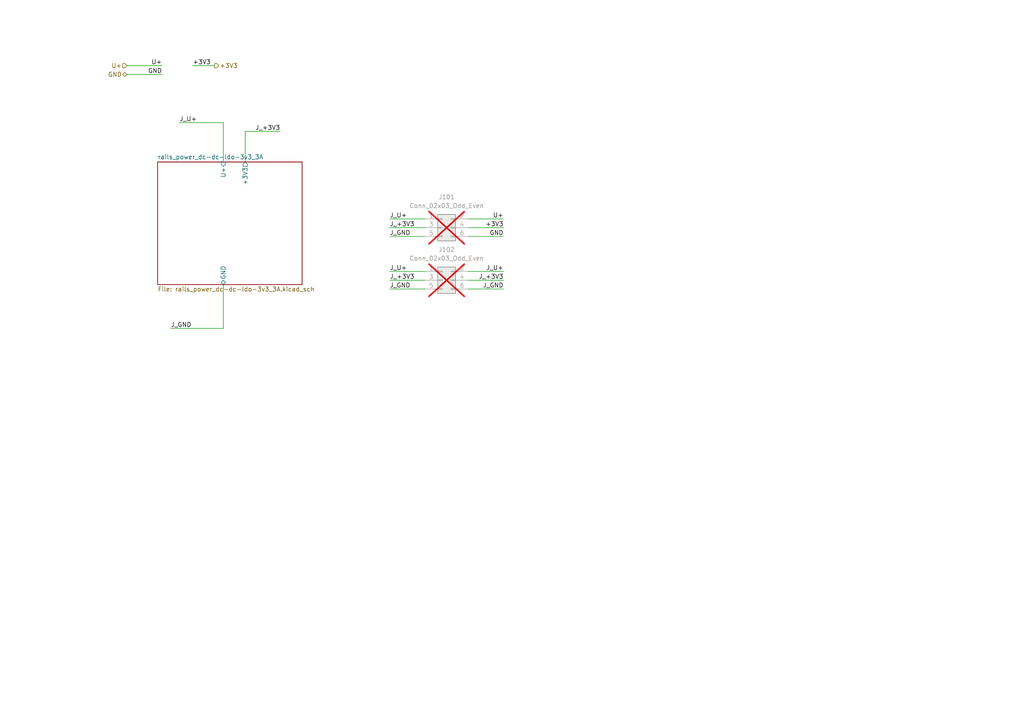
<source format=kicad_sch>
(kicad_sch (version 20231120) (generator "eeschema") (generator_version "8.0")
  (paper "A4")
  (lib_symbols
    (symbol "Connector_Generic:Conn_02x03_Odd_Even" (pin_names (offset 1.016) hide)
      (property "Reference" "J" (at 1.27 5.08 0))
      (property "Value" "Conn_02x03_Odd_Even" (at 1.27 -5.08 0))
      (symbol "Conn_02x03_Odd_Even_1_1"
        (rectangle (start -1.27 -2.413) (end 0 -2.667) (stroke (width 0.1524)))
        (rectangle (start -1.27 0.127) (end 0 -0.127) (stroke (width 0.1524)))
        (rectangle (start -1.27 2.667) (end 0 2.413) (stroke (width 0.1524)))
        (rectangle (start -1.27 3.81) (end 3.81 -3.81) (stroke (width 0.254)) (fill (type background)))
        (rectangle (start 3.81 -2.413) (end 2.54 -2.667) (stroke (width 0.1524)))
        (rectangle (start 3.81 0.127) (end 2.54 -0.127) (stroke (width 0.1524)))
        (rectangle (start 3.81 2.667) (end 2.54 2.413) (stroke (width 0.1524)))
        (pin passive line (at -5.08 2.54 0) (length 3.81) (name "Pin_1") (number "1"))
        (pin passive line (at 7.62 2.54 180) (length 3.81) (name "Pin_2") (number "2"))
        (pin passive line (at -5.08 0 0) (length 3.81) (name "Pin_3") (number "3"))
        (pin passive line (at 7.62 0 180) (length 3.81) (name "Pin_4") (number "4"))
        (pin passive line (at -5.08 -2.54 0) (length 3.81) (name "Pin_5") (number "5"))
        (pin passive line (at 7.62 -2.54 180) (length 3.81) (name "Pin_6") (number "6"))
      )
    )
  )
  (wire (pts (xy 123.19 78.74) (xy 113.03 78.74)))
  (wire (pts (xy 49.53 95.25) (xy 64.77 95.25)))
  (wire (pts (xy 71.12 46.99) (xy 71.12 38.1)))
  (wire (pts (xy 52.07 35.56) (xy 64.77 35.56)))
  (wire (pts (xy 64.77 35.56) (xy 64.77 46.99)))
  (wire (pts (xy 64.77 95.25) (xy 64.77 82.55)))
  (wire (pts (xy 135.89 68.58) (xy 146.05 68.58)))
  (wire (pts (xy 123.19 63.5) (xy 113.03 63.5)))
  (wire (pts (xy 123.19 81.28) (xy 113.03 81.28)))
  (wire (pts (xy 135.89 81.28) (xy 146.05 81.28)))
  (wire (pts (xy 135.89 83.82) (xy 146.05 83.82)))
  (wire (pts (xy 135.89 63.5) (xy 146.05 63.5)))
  (wire (pts (xy 55.88 19.05) (xy 62.23 19.05)))
  (wire (pts (xy 135.89 66.04) (xy 146.05 66.04)))
  (wire (pts (xy 36.83 21.59) (xy 46.99 21.59)))
  (wire (pts (xy 123.19 68.58) (xy 113.03 68.58)))
  (wire (pts (xy 36.83 19.05) (xy 46.99 19.05)))
  (wire (pts (xy 71.12 38.1) (xy 81.28 38.1)))
  (wire (pts (xy 123.19 66.04) (xy 113.03 66.04)))
  (wire (pts (xy 123.19 83.82) (xy 113.03 83.82)))
  (wire (pts (xy 135.89 78.74) (xy 146.05 78.74)))
  (label "J_U+" (at 113.03 63.5 0))
  (label "J_+3V3" (at 113.03 81.28 0))
  (label "+3V3" (at 55.88 19.05 0))
  (label "J_+3V3" (at 81.28 38.1 180))
  (label "J_U+" (at 52.07 35.56 0))
  (label "GND" (at 46.99 21.59 180))
  (label "J_GND" (at 146.05 83.82 180))
  (label "J_GND" (at 113.03 68.58 0))
  (label "J_GND" (at 49.53 95.25 0))
  (label "+3V3" (at 146.05 66.04 180))
  (label "J_U+" (at 146.05 78.74 180))
  (label "U+" (at 146.05 63.5 180))
  (label "J_GND" (at 113.03 83.82 0))
  (label "J_+3V3" (at 146.05 81.28 180))
  (label "J_+3V3" (at 113.03 66.04 0))
  (label "GND" (at 146.05 68.58 180))
  (label "J_U+" (at 113.03 78.74 0))
  (label "U+" (at 46.99 19.05 180))
  (hierarchical_label "+3V3" (shape output) (at 62.23 19.05 0))
  (hierarchical_label "GND" (shape bidirectional) (at 36.83 21.59 180))
  (hierarchical_label "U+" (shape input) (at 36.83 19.05 180))
  (symbol (lib_id "Connector_Generic:Conn_02x03_Odd_Even") (at 128.27 66.04 0) (unit 1) (dnp yes)
    (property "Reference" "J101" (at 129.54 57.15 0))
    (property "Value" "Conn_02x03_Odd_Even" (at 129.54 59.69 0))
    (property "Footprint" "Connector_PinHeader_2.54mm:PinHeader_2x03_P2.54mm_Vertical" (effects (hide yes)))
    (property "Description" "Generic connector, double row, 02x03, odd/even pin numbering scheme (row 1 odd numbers, row 2 even numbers), script generated (kicad-library-utils/schlib/autogen/connector/)" (effects (hide yes)))
  )
  (symbol (lib_id "Connector_Generic:Conn_02x03_Odd_Even") (at 128.27 81.28 0) (unit 1) (dnp yes)
    (property "Reference" "J102" (at 129.54 72.39 0))
    (property "Value" "Conn_02x03_Odd_Even" (at 129.54 74.93 0))
    (property "Footprint" "Connector_PinHeader_2.54mm:PinHeader_2x03_P2.54mm_Vertical" (effects (hide yes)))
    (property "Description" "Generic connector, double row, 02x03, odd/even pin numbering scheme (row 1 odd numbers, row 2 even numbers), script generated (kicad-library-utils/schlib/autogen/connector/)" (effects (hide yes)))
  )
  (sheet (at 45.72 46.99) (size 41.91 35.56) (stroke (width 0.1524))
    (property "Sheetname" "rails_power_dc-dc-ldo-3v3_3A" (at 45.72 46.2784 0) (effects (justify left bottom)))
    (property "Sheetfile" "rails_power_dc-dc-ldo-3v3_3A.kicad_sch" (at 45.72 83.1346 0) (effects (justify left top)))
    (pin "GND" bidirectional (at 64.77 82.55 270))
    (pin "U+" input (at 64.77 46.99 90))
    (pin "+3V3" output (at 71.12 46.99 90))
  )
)
</source>
